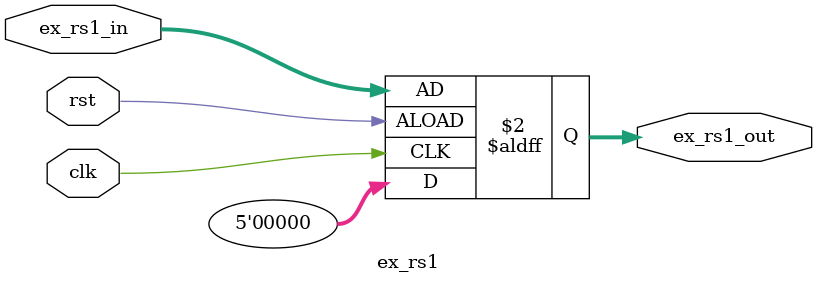
<source format=sv>
module ex_rs1(
    input logic clk,
    input logic rst,
    input logic [4:0] ex_rs1_in = 5'b0, 
    output logic [4:0] ex_rs1_out
     
);

    always_ff @(posedge clk or negedge rst) begin
        if (rst) begin
            ex_rs1_out <= 5'b0; 
        end else begin
            ex_rs1_out <= ex_rs1_in; 
        end
    end
endmodule
</source>
